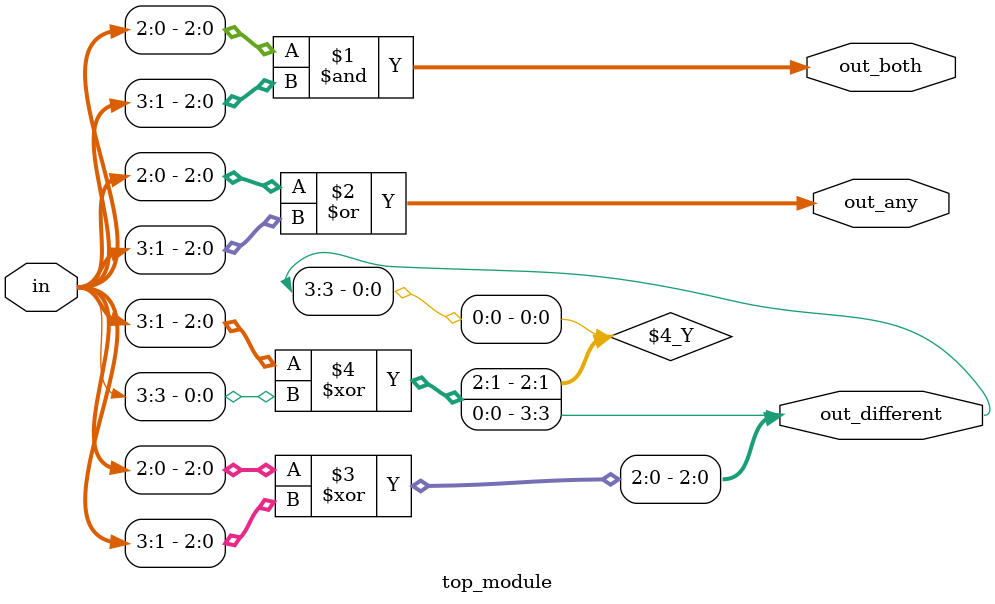
<source format=sv>
module top_module (
	input [3:0] in,
	output [2:0] out_both,
	output [3:1] out_any,
	output [3:0] out_different
);

	assign out_both = in[2:0] & in[3:1];
	assign out_any = in[2:0] | in[3:1];
	assign out_different = {in[3:1] ^ in[3], in[2:0] ^ in[3:1]};

endmodule

</source>
